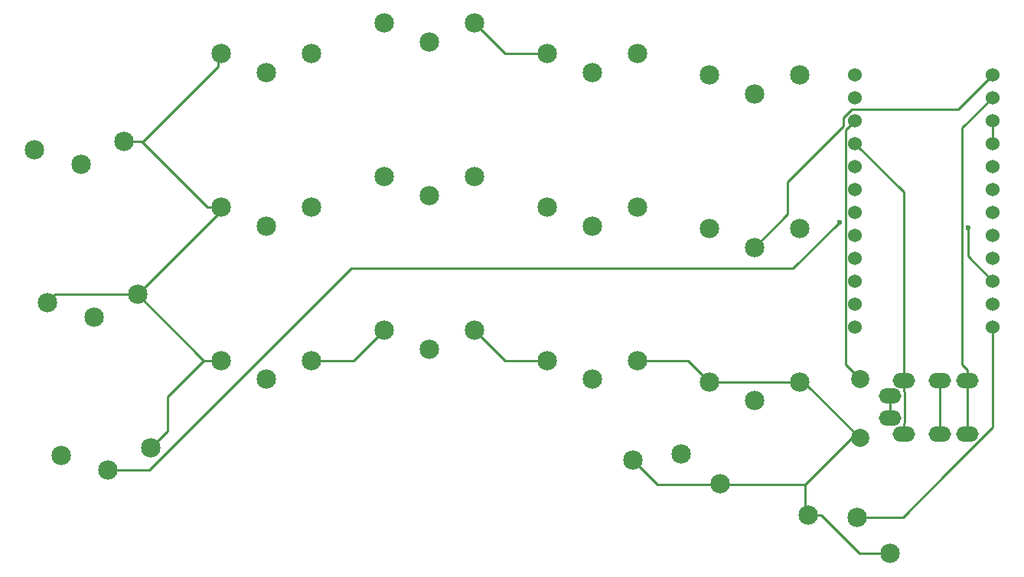
<source format=gbl>
G04 #@! TF.GenerationSoftware,KiCad,Pcbnew,(5.1.4-0-10_14)*
G04 #@! TF.CreationDate,2020-11-29T23:03:10+01:00*
G04 #@! TF.ProjectId,haigha,68616967-6861-42e6-9b69-6361645f7063,2.1*
G04 #@! TF.SameCoordinates,Original*
G04 #@! TF.FileFunction,Copper,L2,Bot*
G04 #@! TF.FilePolarity,Positive*
%FSLAX46Y46*%
G04 Gerber Fmt 4.6, Leading zero omitted, Abs format (unit mm)*
G04 Created by KiCad (PCBNEW (5.1.4-0-10_14)) date 2020-11-29 23:03:10*
%MOMM*%
%LPD*%
G04 APERTURE LIST*
%ADD10C,2.153000*%
%ADD11C,1.524000*%
%ADD12C,2.000000*%
%ADD13O,2.500000X1.700000*%
%ADD14C,0.600000*%
%ADD15C,0.250000*%
G04 APERTURE END LIST*
D10*
X67000000Y-66345000D03*
X57000000Y-66345000D03*
X62000000Y-68445000D03*
X46241165Y-42113861D03*
X36279218Y-42985419D03*
X41443219Y-44641649D03*
D11*
X127111400Y-34672000D03*
X127111400Y-37212000D03*
X127111400Y-39752000D03*
X127111400Y-42292000D03*
X127111400Y-44832000D03*
X127111400Y-47372000D03*
X127111400Y-49912000D03*
X127111400Y-52452000D03*
X127111400Y-54992000D03*
X127111400Y-57532000D03*
X127111400Y-60072000D03*
X127111400Y-62612000D03*
X142331400Y-62612000D03*
X142331400Y-60072000D03*
X142331400Y-57532000D03*
X142331400Y-54992000D03*
X142331400Y-52452000D03*
X142331400Y-49912000D03*
X142331400Y-47372000D03*
X142331400Y-44832000D03*
X142331400Y-42292000D03*
X142331400Y-39752000D03*
X142331400Y-37212000D03*
X142331400Y-34672000D03*
D10*
X112173142Y-80013577D03*
X102513883Y-77425387D03*
X107887032Y-76691038D03*
X121000000Y-68720000D03*
X111000000Y-68720000D03*
X116000000Y-70820000D03*
X130977488Y-87739122D03*
X121914410Y-83512939D03*
X127333448Y-83722784D03*
X103000000Y-66345000D03*
X93000000Y-66345000D03*
X98000000Y-68445000D03*
X85000000Y-62970000D03*
X75000000Y-62970000D03*
X80000000Y-65070000D03*
X49204865Y-75989461D03*
X39242918Y-76861019D03*
X44406919Y-78517249D03*
X121000000Y-51720000D03*
X111000000Y-51720000D03*
X116000000Y-53820000D03*
X103000000Y-49340000D03*
X93000000Y-49340000D03*
X98000000Y-51440000D03*
X85000000Y-45970000D03*
X75000000Y-45970000D03*
X80000000Y-48070000D03*
X67000000Y-49340000D03*
X57000000Y-49340000D03*
X62000000Y-51440000D03*
X47722765Y-59049161D03*
X37760818Y-59920719D03*
X42924819Y-61576949D03*
X121000000Y-34720000D03*
X111000000Y-34720000D03*
X116000000Y-36820000D03*
X103000000Y-32340000D03*
X93000000Y-32340000D03*
X98000000Y-34440000D03*
X85000000Y-28980000D03*
X75000000Y-28980000D03*
X80000000Y-31080000D03*
X67000000Y-32340000D03*
X57000000Y-32340000D03*
X62000000Y-34440000D03*
D12*
X127660000Y-74950000D03*
X127660000Y-68450000D03*
D13*
X131000000Y-70300000D03*
X132500000Y-74500000D03*
X136500000Y-74500000D03*
X139500000Y-74500000D03*
X136500000Y-68550000D03*
X139500000Y-68550000D03*
X131000000Y-72750000D03*
X132500000Y-68550000D03*
D14*
X139591000Y-51660400D03*
X125344600Y-51036600D03*
D15*
X142331400Y-57532000D02*
X139591000Y-54791600D01*
X139591000Y-54791600D02*
X139591000Y-51660400D01*
X75000000Y-62970000D02*
X71625000Y-66345000D01*
X71625000Y-66345000D02*
X67000000Y-66345000D01*
X56121000Y-49340000D02*
X57000000Y-49340000D01*
X121599900Y-80103600D02*
X126753500Y-74950000D01*
X126753500Y-74950000D02*
X127660000Y-74950000D01*
X121599900Y-80103600D02*
X111073100Y-80103600D01*
X111000000Y-68720000D02*
X121000000Y-68720000D01*
X103000000Y-66345000D02*
X108625000Y-66345000D01*
X108625000Y-66345000D02*
X111000000Y-68720000D01*
X85000000Y-28980000D02*
X88360000Y-32340000D01*
X88360000Y-32340000D02*
X93000000Y-32340000D01*
X47722800Y-59049200D02*
X38632300Y-59049200D01*
X38632300Y-59049200D02*
X37760800Y-59920700D01*
X85000000Y-62970000D02*
X88375000Y-66345000D01*
X88375000Y-66345000D02*
X93000000Y-66345000D01*
X142331400Y-39752000D02*
X142331400Y-42292000D01*
X127660000Y-74950000D02*
X121430000Y-68720000D01*
X121430000Y-68720000D02*
X121000000Y-68720000D01*
X136500000Y-68550000D02*
X136500000Y-74500000D01*
X121599900Y-83198429D02*
X121914410Y-83512939D01*
X121599900Y-80103600D02*
X121599900Y-83198429D01*
X102513883Y-77425387D02*
X105192096Y-80103600D01*
X105192096Y-80103600D02*
X106136400Y-80103600D01*
X111073100Y-80103600D02*
X106136400Y-80103600D01*
X127577433Y-87739122D02*
X130977488Y-87739122D01*
X123351250Y-83512939D02*
X127577433Y-87739122D01*
X121914410Y-83512939D02*
X123351250Y-83512939D01*
X56015026Y-32340000D02*
X57000000Y-32340000D01*
X46241165Y-42113861D02*
X48209861Y-42113861D01*
X55436000Y-49340000D02*
X57000000Y-49340000D01*
X48209861Y-42113861D02*
X55436000Y-49340000D01*
X57000000Y-49340000D02*
X55477600Y-49340000D01*
X46241165Y-42113861D02*
X48310139Y-42113861D01*
X48310139Y-42113861D02*
X56642000Y-33782000D01*
X56642000Y-32698000D02*
X57000000Y-32340000D01*
X56642000Y-33782000D02*
X56642000Y-32698000D01*
X57000000Y-49771926D02*
X57000000Y-49340000D01*
X47722765Y-59049161D02*
X57000000Y-49771926D01*
X55018604Y-66345000D02*
X57000000Y-66345000D01*
X47722765Y-59049161D02*
X55018604Y-66345000D01*
X51054000Y-74140326D02*
X51054000Y-70358000D01*
X49204865Y-75989461D02*
X51054000Y-74140326D01*
X55018604Y-66393396D02*
X55018604Y-66345000D01*
X51054000Y-70358000D02*
X55018604Y-66393396D01*
X132500000Y-68550000D02*
X132500000Y-69725300D01*
X132500000Y-69725300D02*
X132609300Y-69834600D01*
X132609300Y-69834600D02*
X132609300Y-73215400D01*
X132609300Y-73215400D02*
X132500000Y-73324700D01*
X132500000Y-68550000D02*
X132500000Y-47680600D01*
X132500000Y-47680600D02*
X127111400Y-42292000D01*
X132500000Y-74500000D02*
X132500000Y-73324700D01*
X116000000Y-53820000D02*
X119655700Y-50164300D01*
X119655700Y-50164300D02*
X119655700Y-46570800D01*
X119655700Y-46570800D02*
X125803100Y-40423400D01*
X125803100Y-40423400D02*
X125803100Y-39459100D01*
X125803100Y-39459100D02*
X126780200Y-38482000D01*
X126780200Y-38482000D02*
X138521400Y-38482000D01*
X138521400Y-38482000D02*
X142331400Y-34672000D01*
X139500000Y-68550000D02*
X139500000Y-67374700D01*
X139500000Y-67374700D02*
X138953700Y-66828400D01*
X138953700Y-66828400D02*
X138953700Y-40589700D01*
X138953700Y-40589700D02*
X142331400Y-37212000D01*
X139500000Y-74500000D02*
X139500000Y-68550000D01*
X127660000Y-68450000D02*
X126024000Y-66814000D01*
X126024000Y-66814000D02*
X126024000Y-40839400D01*
X126024000Y-40839400D02*
X127111400Y-39752000D01*
X120213400Y-56167800D02*
X125344600Y-51036600D01*
X107262100Y-56167800D02*
X107475800Y-56167800D01*
X107475800Y-56167800D02*
X120213400Y-56167800D01*
X48990751Y-78517249D02*
X71340200Y-56167800D01*
X44406919Y-78517249D02*
X48990751Y-78517249D01*
X71340200Y-56167800D02*
X72356200Y-56167800D01*
X107475800Y-56167800D02*
X72356200Y-56167800D01*
X142331400Y-73775100D02*
X142331400Y-62612000D01*
X132383716Y-83722784D02*
X137353250Y-78753250D01*
X127333448Y-83722784D02*
X132383716Y-83722784D01*
X137353250Y-78753250D02*
X142331400Y-73775100D01*
X131000000Y-72750000D02*
X131000000Y-70300000D01*
M02*

</source>
